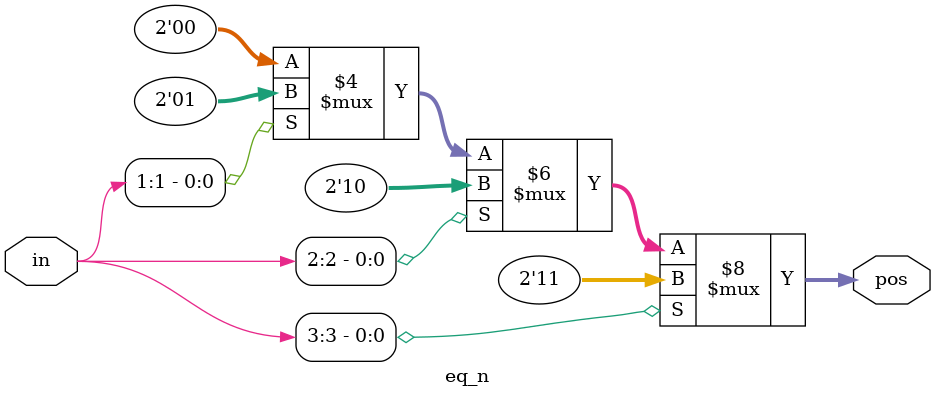
<source format=sv>
module eq_n (
    input [3:0] in,         // 4-bit input vector
    output reg [1:0] pos    // 2-bit output to represent the position
);

    always @(*) begin       // Combinational logic block
        case (1'b1)         // Check for the first bit that's high
            in[3]: pos = 2'b11;  // If bit 3 is high, output 3
            in[2]: pos = 2'b10;  // If bit 2 is high, output 2
            in[1]: pos = 2'b01;  // If bit 1 is high, output 1
            in[0]: pos = 2'b00;  // If bit 0 is high, output 0
            default: pos = 2'b00; // If no bits are high, output 0
        endcase
    end

endmodule

</source>
